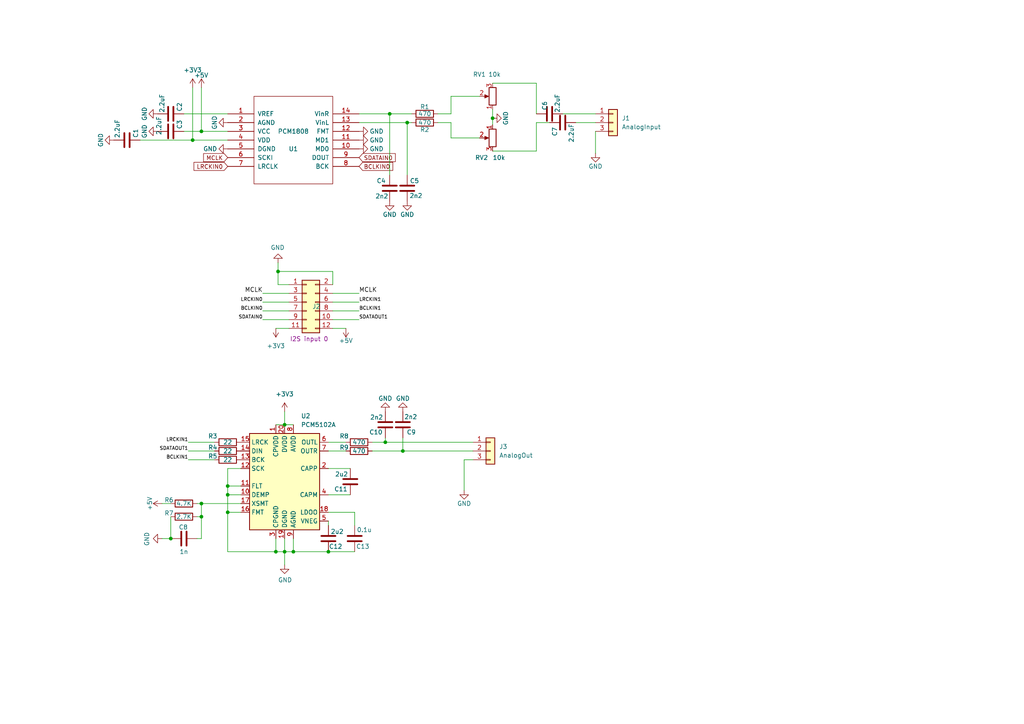
<source format=kicad_sch>
(kicad_sch (version 20231120) (generator "eeschema") (generator_version "8.0")
  (paper "A4")
  (lib_symbols
    (symbol "AMPP_1466_V0-rescue:+3V3-power" (power) (pin_names (offset 0))
      (property "Value" "+3V3-power" (at 0 3.556 0))
      (symbol "+3V3-power_0_1"
        (polyline (pts (xy -0.762 1.27) (xy 0 2.54)))
        (polyline (pts (xy 0 0) (xy 0 2.54)))
        (polyline (pts (xy 0 2.54) (xy 0.762 1.27)))
      )
      (symbol "+3V3-power_1_1"
        (pin power_in line (at 0 0 90) (length 0) hide (name "+3V3") (number "1"))
      )
    )
    (symbol "AMPP_1466_V0-rescue:+5V-power" (power) (pin_names (offset 0))
      (property "Value" "+5V-power" (at 0 3.556 0))
      (symbol "+5V-power_0_1"
        (polyline (pts (xy -0.762 1.27) (xy 0 2.54)))
        (polyline (pts (xy 0 0) (xy 0 2.54)))
        (polyline (pts (xy 0 2.54) (xy 0.762 1.27)))
      )
      (symbol "+5V-power_1_1"
        (pin power_in line (at 0 0 90) (length 0) hide (name "+5V") (number "1"))
      )
    )
    (symbol "AMPP_1466_V0-rescue:C-Device" (pin_numbers hide) (pin_names (offset 0.254))
      (property "Reference" "C" (at 0.635 2.54 0))
      (property "Value" "C-Device" (at 0.635 -2.54 0))
      (symbol "C-Device_0_1"
        (polyline (pts (xy -2.032 -0.762) (xy 2.032 -0.762)) (stroke (width 0.508)))
        (polyline (pts (xy -2.032 0.762) (xy 2.032 0.762)) (stroke (width 0.508)))
      )
      (symbol "C-Device_1_1"
        (pin passive line (at 0 3.81 270) (length 2.794) (name "~") (number "1"))
        (pin passive line (at 0 -3.81 90) (length 2.794) (name "~") (number "2"))
      )
    )
    (symbol "AMPP_1466_V0-rescue:GND-power" (power) (pin_names (offset 0))
      (property "Value" "GND-power" (at 0 -3.81 0))
      (symbol "GND-power_0_1"
        (polyline (pts (xy 0 0) (xy 0 -1.27) (xy 1.27 -1.27) (xy 0 -2.54) (xy -1.27 -1.27) (xy 0 -1.27)))
      )
      (symbol "GND-power_1_1"
        (pin power_in line (at 0 0 270) (length 0) hide (name "GND") (number "1"))
      )
    )
    (symbol "AMPP_1466_V0-rescue:R-Device" (pin_numbers hide) (pin_names (offset 0))
      (property "Reference" "R" (at 2.032 0 90))
      (property "Value" "R-Device" (at 0 0 90))
      (symbol "R-Device_0_1"
        (rectangle (start -1.016 -2.54) (end 1.016 2.54) (stroke (width 0.254)))
      )
      (symbol "R-Device_1_1"
        (pin passive line (at 0 3.81 270) (length 1.27) (name "~") (number "1"))
        (pin passive line (at 0 -3.81 90) (length 1.27) (name "~") (number "2"))
      )
    )
    (symbol "Audio:PCM5102A"
      (property "Reference" "U" (at -10.16 13.97 0))
      (property "Value" "PCM5102A" (at 3.81 13.97 0))
      (symbol "PCM5102A_0_1"
        (rectangle (start -10.16 12.7) (end 10.16 -15.24) (stroke (width 0.254)) (fill (type background)))
      )
      (symbol "PCM5102A_1_1"
        (pin passive line (at -2.54 15.24 270) (length 2.54) (name "CPVDD") (number "1"))
        (pin input line (at -12.7 -5.08 0) (length 2.54) (name "DEMP") (number "10"))
        (pin input line (at -12.7 -2.54 0) (length 2.54) (name "FLT") (number "11"))
        (pin input line (at -12.7 2.54 0) (length 2.54) (name "SCK") (number "12"))
        (pin input line (at -12.7 5.08 0) (length 2.54) (name "BCK") (number "13"))
        (pin input line (at -12.7 7.62 0) (length 2.54) (name "DIN") (number "14"))
        (pin input line (at -12.7 10.16 0) (length 2.54) (name "LRCK") (number "15"))
        (pin input line (at -12.7 -10.16 0) (length 2.54) (name "FMT") (number "16"))
        (pin input line (at -12.7 -7.62 0) (length 2.54) (name "XSMT") (number "17"))
        (pin passive line (at 12.7 -10.16 180) (length 2.54) (name "LDOO") (number "18"))
        (pin power_in line (at 0 -17.78 90) (length 2.54) (name "DGND") (number "19"))
        (pin passive line (at 12.7 2.54 180) (length 2.54) (name "CAPP") (number "2"))
        (pin power_in line (at 0 15.24 270) (length 2.54) (name "DVDD") (number "20"))
        (pin power_in line (at -2.54 -17.78 90) (length 2.54) (name "CPGND") (number "3"))
        (pin passive line (at 12.7 -5.08 180) (length 2.54) (name "CAPM") (number "4"))
        (pin passive line (at 12.7 -12.7 180) (length 2.54) (name "VNEG") (number "5"))
        (pin output line (at 12.7 10.16 180) (length 2.54) (name "OUTL") (number "6"))
        (pin output line (at 12.7 7.62 180) (length 2.54) (name "OUTR") (number "7"))
        (pin power_in line (at 2.54 15.24 270) (length 2.54) (name "AVDD") (number "8"))
        (pin power_in line (at 2.54 -17.78 90) (length 2.54) (name "AGND") (number "9"))
      )
    )
    (symbol "Connector_Generic:Conn_01x03" (pin_names (offset 1.016) hide)
      (property "Reference" "J" (at 0 5.08 0))
      (property "Value" "Conn_01x03" (at 0 -5.08 0))
      (symbol "Conn_01x03_1_1"
        (rectangle (start -1.27 -2.413) (end 0 -2.667) (stroke (width 0.1524)))
        (rectangle (start -1.27 0.127) (end 0 -0.127) (stroke (width 0.1524)))
        (rectangle (start -1.27 2.667) (end 0 2.413) (stroke (width 0.1524)))
        (rectangle (start -1.27 3.81) (end 1.27 -3.81) (stroke (width 0.254)) (fill (type background)))
        (pin passive line (at -5.08 2.54 0) (length 3.81) (name "Pin_1") (number "1"))
        (pin passive line (at -5.08 0 0) (length 3.81) (name "Pin_2") (number "2"))
        (pin passive line (at -5.08 -2.54 0) (length 3.81) (name "Pin_3") (number "3"))
      )
    )
    (symbol "Connector_Generic:Conn_02x06_Odd_Even" (pin_names (offset 1.016) hide)
      (property "Reference" "J" (at 1.27 7.62 0))
      (property "Value" "Conn_02x06_Odd_Even" (at 1.27 -10.16 0))
      (symbol "Conn_02x06_Odd_Even_1_1"
        (rectangle (start -1.27 -7.493) (end 0 -7.747) (stroke (width 0.1524)))
        (rectangle (start -1.27 -4.953) (end 0 -5.207) (stroke (width 0.1524)))
        (rectangle (start -1.27 -2.413) (end 0 -2.667) (stroke (width 0.1524)))
        (rectangle (start -1.27 0.127) (end 0 -0.127) (stroke (width 0.1524)))
        (rectangle (start -1.27 2.667) (end 0 2.413) (stroke (width 0.1524)))
        (rectangle (start -1.27 5.207) (end 0 4.953) (stroke (width 0.1524)))
        (rectangle (start -1.27 6.35) (end 3.81 -8.89) (stroke (width 0.254)) (fill (type background)))
        (rectangle (start 3.81 -7.493) (end 2.54 -7.747) (stroke (width 0.1524)))
        (rectangle (start 3.81 -4.953) (end 2.54 -5.207) (stroke (width 0.1524)))
        (rectangle (start 3.81 -2.413) (end 2.54 -2.667) (stroke (width 0.1524)))
        (rectangle (start 3.81 0.127) (end 2.54 -0.127) (stroke (width 0.1524)))
        (rectangle (start 3.81 2.667) (end 2.54 2.413) (stroke (width 0.1524)))
        (rectangle (start 3.81 5.207) (end 2.54 4.953) (stroke (width 0.1524)))
        (pin passive line (at -5.08 5.08 0) (length 3.81) (name "Pin_1") (number "1"))
        (pin passive line (at 7.62 -5.08 180) (length 3.81) (name "Pin_10") (number "10"))
        (pin passive line (at -5.08 -7.62 0) (length 3.81) (name "Pin_11") (number "11"))
        (pin passive line (at 7.62 -7.62 180) (length 3.81) (name "Pin_12") (number "12"))
        (pin passive line (at 7.62 5.08 180) (length 3.81) (name "Pin_2") (number "2"))
        (pin passive line (at -5.08 2.54 0) (length 3.81) (name "Pin_3") (number "3"))
        (pin passive line (at 7.62 2.54 180) (length 3.81) (name "Pin_4") (number "4"))
        (pin passive line (at -5.08 0 0) (length 3.81) (name "Pin_5") (number "5"))
        (pin passive line (at 7.62 0 180) (length 3.81) (name "Pin_6") (number "6"))
        (pin passive line (at -5.08 -2.54 0) (length 3.81) (name "Pin_7") (number "7"))
        (pin passive line (at 7.62 -2.54 180) (length 3.81) (name "Pin_8") (number "8"))
        (pin passive line (at -5.08 -5.08 0) (length 3.81) (name "Pin_9") (number "9"))
      )
    )
    (symbol "Device:R_Potentiometer" (pin_names (offset 1.016) hide)
      (property "Reference" "RV" (at -4.445 0 90))
      (property "Value" "R_Potentiometer" (at -2.54 0 90))
      (symbol "R_Potentiometer_0_1"
        (polyline (pts (xy 2.54 0) (xy 1.524 0)))
        (polyline (pts (xy 1.143 0) (xy 2.286 0.508) (xy 2.286 -0.508) (xy 1.143 0)) (fill (type outline)))
        (rectangle (start 1.016 2.54) (end -1.016 -2.54) (stroke (width 0.254)))
      )
      (symbol "R_Potentiometer_1_1"
        (pin passive line (at 0 3.81 270) (length 1.27) (name "1") (number "1"))
        (pin passive line (at 3.81 0 180) (length 1.27) (name "2") (number "2"))
        (pin passive line (at 0 -3.81 90) (length 1.27) (name "3") (number "3"))
      )
    )
    (symbol "PCM1808--audio-ADC-rescue:PCM1808-PCM1808-rescue-PCM1808--audio-ADC-rescue" (pin_names (offset 1.016))
      (property "Reference" "IC" (at 0 -2.54 0))
      (property "Value" "PCM1808-PCM1808-rescue-PCM1808--audio-ADC-rescue" (at 0 2.54 0))
      (symbol "PCM1808-PCM1808-rescue-PCM1808--audio-ADC-rescue_1_0"
        (rectangle (start -11.43 -12.7) (end 11.43 12.7))
      )
      (symbol "PCM1808-PCM1808-rescue-PCM1808--audio-ADC-rescue_1_1"
        (pin output line (at -19.05 7.62 0) (length 7.62) (name "VREF") (number "1"))
        (pin input line (at 19.05 -2.54 180) (length 7.62) (name "MD0") (number "10"))
        (pin input line (at 19.05 0 180) (length 7.62) (name "MD1") (number "11"))
        (pin input line (at 19.05 2.54 180) (length 7.62) (name "FMT") (number "12"))
        (pin input line (at 19.05 5.08 180) (length 7.62) (name "VinL") (number "13"))
        (pin input line (at 19.05 7.62 180) (length 7.62) (name "VinR") (number "14"))
        (pin power_in line (at -19.05 5.08 0) (length 7.62) (name "AGND") (number "2"))
        (pin power_in line (at -19.05 2.54 0) (length 7.62) (name "VCC") (number "3"))
        (pin power_in line (at -19.05 0 0) (length 7.62) (name "VDD") (number "4"))
        (pin power_in line (at -19.05 -2.54 0) (length 7.62) (name "DGND") (number "5"))
        (pin input line (at -19.05 -5.08 0) (length 7.62) (name "SCKI") (number "6"))
        (pin bidirectional line (at -19.05 -7.62 0) (length 7.62) (name "LRCLK") (number "7"))
        (pin bidirectional line (at 19.05 -7.62 180) (length 7.62) (name "BCK") (number "8"))
        (pin output line (at 19.05 -5.08 180) (length 7.62) (name "DOUT") (number "9"))
      )
    )
  )
  (junction (at 113.03 33.02))
  (junction (at 58.42 149.86))
  (junction (at 118.11 35.56))
  (junction (at 142.875 34.29))
  (junction (at 55.88 40.64))
  (junction (at 58.42 38.1))
  (junction (at 82.55 123.19))
  (junction (at 66.04 143.51))
  (junction (at 95.25 160.02))
  (junction (at 66.04 140.97))
  (junction (at 58.42 146.05))
  (junction (at 49.53 156.21))
  (junction (at 116.84 130.81))
  (junction (at 80.645 78.74))
  (junction (at 80.01 160.02))
  (junction (at 66.04 148.59))
  (junction (at 82.55 160.02))
  (junction (at 85.09 160.02))
  (junction (at 111.76 128.27))
  (wire (pts (xy 58.42 38.1) (xy 66.04 38.1)))
  (wire (pts (xy 163.195 33.02) (xy 172.72 33.02)))
  (wire (pts (xy 69.85 135.89) (xy 66.04 135.89)))
  (wire (pts (xy 83.82 95.25) (xy 80.01 95.25)))
  (wire (pts (xy 66.04 135.89) (xy 66.04 140.97)))
  (wire (pts (xy 107.95 130.81) (xy 116.84 130.81)))
  (wire (pts (xy 96.52 95.25) (xy 100.33 95.25)))
  (wire (pts (xy 80.645 82.55) (xy 83.82 82.55)))
  (wire (pts (xy 53.34 38.1) (xy 58.42 38.1)))
  (wire (pts (xy 69.85 140.97) (xy 66.04 140.97)))
  (wire (pts (xy 40.64 40.64) (xy 55.88 40.64)))
  (wire (pts (xy 118.11 50.8) (xy 118.11 35.56)))
  (wire (pts (xy 54.61 133.35) (xy 62.23 133.35)))
  (wire (pts (xy 57.15 156.21) (xy 58.42 156.21)))
  (wire (pts (xy 111.76 128.27) (xy 137.16 128.27)))
  (wire (pts (xy 46.99 156.21) (xy 49.53 156.21)))
  (wire (pts (xy 155.575 35.56) (xy 155.575 43.815)))
  (wire (pts (xy 80.645 76.2) (xy 80.645 78.74)))
  (wire (pts (xy 95.25 135.89) (xy 101.6 135.89)))
  (wire (pts (xy 96.52 82.55) (xy 96.52 78.74)))
  (wire (pts (xy 80.01 160.02) (xy 82.55 160.02)))
  (wire (pts (xy 85.09 160.02) (xy 95.25 160.02)))
  (wire (pts (xy 155.575 24.13) (xy 142.875 24.13)))
  (wire (pts (xy 62.23 128.27) (xy 54.61 128.27)))
  (wire (pts (xy 66.04 148.59) (xy 66.04 160.02)))
  (wire (pts (xy 66.04 148.59) (xy 69.85 148.59)))
  (wire (pts (xy 113.03 33.02) (xy 113.03 50.8)))
  (wire (pts (xy 130.81 33.02) (xy 130.81 27.94)))
  (wire (pts (xy 134.62 133.35) (xy 137.16 133.35)))
  (wire (pts (xy 82.55 123.19) (xy 85.09 123.19)))
  (wire (pts (xy 83.82 85.09) (xy 76.2 85.09)))
  (wire (pts (xy 96.52 78.74) (xy 80.645 78.74)))
  (wire (pts (xy 58.42 146.05) (xy 58.42 149.86)))
  (wire (pts (xy 167.005 35.56) (xy 172.72 35.56)))
  (wire (pts (xy 127 33.02) (xy 130.81 33.02)))
  (wire (pts (xy 76.2 90.17) (xy 83.82 90.17)))
  (wire (pts (xy 113.03 33.02) (xy 119.38 33.02)))
  (wire (pts (xy 130.81 35.56) (xy 130.81 40.005)))
  (wire (pts (xy 155.575 35.56) (xy 159.385 35.56)))
  (wire (pts (xy 155.575 43.815) (xy 142.875 43.815)))
  (wire (pts (xy 104.14 92.71) (xy 96.52 92.71)))
  (wire (pts (xy 58.42 149.86) (xy 58.42 156.21)))
  (wire (pts (xy 130.81 35.56) (xy 127 35.56)))
  (wire (pts (xy 80.01 123.19) (xy 82.55 123.19)))
  (wire (pts (xy 54.61 130.81) (xy 62.23 130.81)))
  (wire (pts (xy 76.2 92.71) (xy 83.82 92.71)))
  (wire (pts (xy 95.25 128.27) (xy 100.33 128.27)))
  (wire (pts (xy 155.575 33.02) (xy 155.575 24.13)))
  (wire (pts (xy 104.14 90.17) (xy 96.52 90.17)))
  (wire (pts (xy 107.95 128.27) (xy 111.76 128.27)))
  (wire (pts (xy 49.53 149.86) (xy 49.53 156.21)))
  (wire (pts (xy 57.15 146.05) (xy 58.42 146.05)))
  (wire (pts (xy 76.2 87.63) (xy 83.82 87.63)))
  (wire (pts (xy 95.25 130.81) (xy 100.33 130.81)))
  (wire (pts (xy 82.55 160.02) (xy 85.09 160.02)))
  (wire (pts (xy 55.88 40.64) (xy 66.04 40.64)))
  (wire (pts (xy 69.85 143.51) (xy 66.04 143.51)))
  (wire (pts (xy 66.04 160.02) (xy 80.01 160.02)))
  (wire (pts (xy 142.875 31.75) (xy 142.875 34.29)))
  (wire (pts (xy 82.55 160.02) (xy 82.55 163.83)))
  (wire (pts (xy 55.88 25.4) (xy 55.88 40.64)))
  (wire (pts (xy 53.34 33.02) (xy 66.04 33.02)))
  (wire (pts (xy 66.04 143.51) (xy 66.04 148.59)))
  (wire (pts (xy 104.14 35.56) (xy 118.11 35.56)))
  (wire (pts (xy 116.84 127) (xy 116.84 130.81)))
  (wire (pts (xy 96.52 85.09) (xy 104.14 85.09)))
  (wire (pts (xy 111.76 127) (xy 111.76 128.27)))
  (wire (pts (xy 95.25 160.02) (xy 102.87 160.02)))
  (wire (pts (xy 96.52 87.63) (xy 104.14 87.63)))
  (wire (pts (xy 82.55 160.02) (xy 82.55 156.21)))
  (wire (pts (xy 118.11 35.56) (xy 119.38 35.56)))
  (wire (pts (xy 46.99 146.05) (xy 49.53 146.05)))
  (wire (pts (xy 58.42 25.4) (xy 58.42 38.1)))
  (wire (pts (xy 95.25 151.13) (xy 95.25 152.4)))
  (wire (pts (xy 102.87 148.59) (xy 102.87 152.4)))
  (wire (pts (xy 82.55 119.38) (xy 82.55 123.19)))
  (wire (pts (xy 57.15 149.86) (xy 58.42 149.86)))
  (wire (pts (xy 80.01 160.02) (xy 80.01 156.21)))
  (wire (pts (xy 142.875 34.29) (xy 142.875 36.195)))
  (wire (pts (xy 80.645 78.74) (xy 80.645 82.55)))
  (wire (pts (xy 134.62 142.24) (xy 134.62 133.35)))
  (wire (pts (xy 66.04 140.97) (xy 66.04 143.51)))
  (wire (pts (xy 95.25 143.51) (xy 101.6 143.51)))
  (wire (pts (xy 116.84 130.81) (xy 137.16 130.81)))
  (wire (pts (xy 58.42 146.05) (xy 69.85 146.05)))
  (wire (pts (xy 130.81 40.005) (xy 139.065 40.005)))
  (wire (pts (xy 95.25 148.59) (xy 102.87 148.59)))
  (wire (pts (xy 172.72 38.1) (xy 172.72 44.45)))
  (wire (pts (xy 130.81 27.94) (xy 139.065 27.94)))
  (wire (pts (xy 104.14 33.02) (xy 113.03 33.02)))
  (wire (pts (xy 85.09 160.02) (xy 85.09 156.21)))
  (label "SDATAOUT1" (at 104.14 92.71 0) (effects (font (size 0.9906 0.9906))))
  (label "SDATAIN0" (at 76.2 92.71 180) (effects (font (size 0.9906 0.9906))))
  (label "MCLK" (at 76.2 85.09 180))
  (label "BCLKIN0" (at 76.2 90.17 180) (effects (font (size 0.9906 0.9906))))
  (label "MCLK" (at 104.14 85.09 0))
  (label "LRCKIN1" (at 54.61 128.27 180) (effects (font (size 0.9906 0.9906))))
  (label "SDATAOUT1" (at 54.61 130.81 180) (effects (font (size 0.9906 0.9906))))
  (label "LRCKIN1" (at 104.14 87.63 0) (effects (font (size 0.9906 0.9906))))
  (label "BCLKIN1" (at 54.61 133.35 180) (effects (font (size 0.9906 0.9906))))
  (label "BCLKIN1" (at 104.14 90.17 0) (effects (font (size 0.9906 0.9906))))
  (label "LRCKIN0" (at 76.2 87.63 180) (effects (font (size 0.9906 0.9906))))
  (global_label "MCLK" (shape input) (at 66.04 45.72 180) (effects (font (size 1.1938 1.1938))) (property "Intersheetrefs" "${INTERSHEET_REFS}" (effects (hide yes))))
  (global_label "SDATAIN0" (shape input) (at 104.14 45.72 0) (effects (font (size 1.1938 1.1938))) (property "Intersheetrefs" "${INTERSHEET_REFS}" (effects (hide yes))))
  (global_label "LRCKIN0" (shape input) (at 66.04 48.26 180) (effects (font (size 1.1938 1.1938))) (property "Intersheetrefs" "${INTERSHEET_REFS}" (effects (hide yes))))
  (global_label "BCLKIN0" (shape input) (at 104.14 48.26 0) (effects (font (size 1.1938 1.1938))) (property "Intersheetrefs" "${INTERSHEET_REFS}" (effects (hide yes))))
  (symbol (lib_id "AMPP_1466_V0-rescue:C-Device") (at 49.53 38.1 270) (mirror x) (unit 1)
    (property "Reference" "C3" (at 52.07 37.465 0) (effects (justify left)))
    (property "Value" "2.2uF" (at 46.101 36.449 0))
    (property "Footprint" "Capacitor_SMD:C_0805_2012Metric" (effects (hide yes)))
    (property "MP" "CL21B225KAFNNNE" (effects (hide yes)))
  )
  (symbol (lib_id "PCM1808--audio-ADC-rescue:PCM1808-PCM1808-rescue-PCM1808--audio-ADC-rescue") (at 85.09 40.64 0) (unit 1)
    (property "Reference" "U1" (at 85.09 43.18 0))
    (property "Value" "PCM1808" (at 85.09 38.1 0))
    (property "Footprint" "Package_SO:TSSOP-14_4.4x5mm_P0.65mm" (effects (hide yes)))
    (property "MP" "PCM1808PWR" (effects (hide yes)))
  )
  (symbol (lib_id "AMPP_1466_V0-rescue:+5V-power") (at 58.42 25.4 0) (unit 1)
    (property "Reference" "#PWR05" (effects (hide yes)))
    (property "Value" "+5V" (at 58.42 21.844 0))
  )
  (symbol (lib_id "AMPP_1466_V0-rescue:C-Device") (at 111.76 123.19 0) (mirror y) (unit 1)
    (property "Reference" "C10" (at 110.998 125.349 0) (effects (justify left)))
    (property "Value" "2n2" (at 109.22 121.031 0))
    (property "Footprint" "Capacitor_SMD:C_0603_1608Metric" (effects (hide yes)))
    (property "MP" "CL10B222KB8NNNC" (effects (hide yes)))
  )
  (symbol (lib_id "AMPP_1466_V0-rescue:GND-power") (at 66.04 43.18 270) (unit 1)
    (property "Reference" "#PWR07" (effects (hide yes)))
    (property "Value" "GND" (at 60.96 43.18 90))
  )
  (symbol (lib_id "AMPP_1466_V0-rescue:GND-power") (at 33.02 40.64 270) (unit 1)
    (property "Reference" "#PWR01" (effects (hide yes)))
    (property "Value" "GND" (at 29.21 40.64 0))
  )
  (symbol (lib_id "AMPP_1466_V0-rescue:R-Device") (at 123.19 35.56 270) (unit 1)
    (property "Reference" "R2" (at 123.19 37.592 90))
    (property "Value" "470" (at 123.19 35.56 90))
    (property "Footprint" "Resistor_SMD:R_0603_1608Metric" (effects (hide yes)))
    (property "MP" "CR0603-FX-4700ELF" (effects (hide yes)))
  )
  (symbol (lib_id "AMPP_1466_V0-rescue:+3V3-power") (at 82.55 119.38 0) (unit 1)
    (property "Reference" "#PWR019" (effects (hide yes)))
    (property "Value" "+3V3" (at 82.55 114.3 0))
  )
  (symbol (lib_id "Device:R_Potentiometer") (at 142.875 27.94 180) (unit 1)
    (property "Reference" "RV1" (at 137.16 21.59 0) (effects (justify right)))
    (property "Value" "10k" (at 141.605 21.59 0) (effects (justify right)))
    (property "Footprint" "Potentiometer_SMD:Potentiometer_Bourns_3314G_Vertical" (effects (hide yes)))
  )
  (symbol (lib_id "AMPP_1466_V0-rescue:C-Device") (at 49.53 33.02 270) (mirror x) (unit 1)
    (property "Reference" "C2" (at 52.07 32.385 0) (effects (justify left)))
    (property "Value" "2.2uF" (at 46.99 29.972 0))
    (property "Footprint" "Capacitor_SMD:C_0805_2012Metric" (effects (hide yes)))
    (property "MP" "CL21B225KAFNNNE" (effects (hide yes)))
  )
  (symbol (lib_id "AMPP_1466_V0-rescue:C-Device") (at 53.34 156.21 270) (mirror x) (unit 1)
    (property "Reference" "C8" (at 51.816 152.908 90) (effects (justify left)))
    (property "Value" "1n" (at 53.34 160.02 90))
    (property "Footprint" "Capacitor_SMD:C_0603_1608Metric" (effects (hide yes)))
    (property "MP" "CL10B222KB8NNNC" (effects (hide yes)))
  )
  (symbol (lib_id "Device:R_Potentiometer") (at 142.875 40.005 0) (mirror y) (unit 1)
    (property "Reference" "RV2" (at 137.795 45.72 0) (effects (justify right)))
    (property "Value" "10k" (at 142.875 45.72 0) (effects (justify right)))
    (property "Footprint" "Potentiometer_SMD:Potentiometer_Bourns_3314G_Vertical" (effects (hide yes)))
  )
  (symbol (lib_id "Connector_Generic:Conn_01x03") (at 142.24 130.81 0) (unit 1)
    (property "Reference" "J3" (at 144.78 129.5399 0) (effects (justify left)))
    (property "Value" "AnalogOut" (at 144.78 132.0799 0) (effects (justify left)))
    (property "Footprint" "Connector_JST:JST_XH_B3B-XH-A_1x03_P2.50mm_Vertical" (effects (hide yes)))
    (property "Description" "Generic connector, single row, 01x03, script generated (kicad-library-utils/schlib/autogen/connector/)" (effects (hide yes)))
  )
  (symbol (lib_id "AMPP_1466_V0-rescue:+5V-power") (at 100.33 95.25 180) (unit 1)
    (property "Reference" "#PWR016" (effects (hide yes)))
    (property "Value" "+5V" (at 100.33 98.806 0))
  )
  (symbol (lib_id "AMPP_1466_V0-rescue:C-Device") (at 113.03 54.61 0) (mirror x) (unit 1)
    (property "Reference" "C4" (at 109.22 52.451 0) (effects (justify left)))
    (property "Value" "2n2" (at 110.744 56.896 0))
    (property "Footprint" "Capacitor_SMD:C_0603_1608Metric" (effects (hide yes)))
    (property "MP" "CL10B222KB8NNNC" (effects (hide yes)))
  )
  (symbol (lib_id "AMPP_1466_V0-rescue:R-Device") (at 53.34 146.05 90) (unit 1)
    (property "Reference" "R6" (at 49.022 145.034 90))
    (property "Value" "4.7K" (at 53.34 146.05 90))
    (property "Footprint" "Resistor_SMD:R_0603_1608Metric" (effects (hide yes)))
    (property "MP" "CR0603-FX-4700ELF" (effects (hide yes)))
  )
  (symbol (lib_id "AMPP_1466_V0-rescue:R-Device") (at 66.04 133.35 90) (unit 1)
    (property "Reference" "R5" (at 61.722 132.334 90))
    (property "Value" "22" (at 66.04 133.35 90))
    (property "Footprint" "Resistor_SMD:R_0603_1608Metric" (effects (hide yes)))
    (property "MP" "CR0603-FX-4700ELF" (effects (hide yes)))
  )
  (symbol (lib_id "AMPP_1466_V0-rescue:GND-power") (at 172.72 44.45 0) (unit 1)
    (property "Reference" "#PWR013" (effects (hide yes)))
    (property "Value" "GND" (at 172.72 48.26 0))
  )
  (symbol (lib_id "AMPP_1466_V0-rescue:R-Device") (at 123.19 33.02 90) (unit 1)
    (property "Reference" "R1" (at 123.19 30.988 90))
    (property "Value" "470" (at 123.19 33.02 90))
    (property "Footprint" "Resistor_SMD:R_0603_1608Metric" (effects (hide yes)))
    (property "MP" "CR0603-FX-4700ELF" (effects (hide yes)))
  )
  (symbol (lib_id "AMPP_1466_V0-rescue:GND-power") (at 45.72 38.1 270) (unit 1)
    (property "Reference" "#PWR03" (effects (hide yes)))
    (property "Value" "GND" (at 41.91 38.1 0))
  )
  (symbol (lib_id "AMPP_1466_V0-rescue:GND-power") (at 118.11 58.42 0) (unit 1)
    (property "Reference" "#PWR012" (effects (hide yes)))
    (property "Value" "GND" (at 118.11 62.23 0))
  )
  (symbol (lib_id "AMPP_1466_V0-rescue:GND-power") (at 66.04 35.56 270) (unit 1)
    (property "Reference" "#PWR06" (effects (hide yes)))
    (property "Value" "GND" (at 62.23 35.56 0))
  )
  (symbol (lib_id "AMPP_1466_V0-rescue:GND-power") (at 82.55 163.83 0) (unit 1)
    (property "Reference" "#PWR018" (effects (hide yes)))
    (property "Value" "GND" (at 82.677 168.2242 0))
  )
  (symbol (lib_id "AMPP_1466_V0-rescue:R-Device") (at 104.14 130.81 90) (unit 1)
    (property "Reference" "R9" (at 99.822 129.794 90))
    (property "Value" "470" (at 104.14 130.81 90))
    (property "Footprint" "Resistor_SMD:R_0603_1608Metric" (effects (hide yes)))
    (property "MP" "CR0603-FX-4700ELF" (effects (hide yes)))
  )
  (symbol (lib_id "AMPP_1466_V0-rescue:+5V-power") (at 46.99 146.05 90) (unit 1)
    (property "Reference" "#PWR020" (effects (hide yes)))
    (property "Value" "+5V" (at 43.434 146.05 0))
  )
  (symbol (lib_id "AMPP_1466_V0-rescue:C-Device") (at 101.6 139.7 0) (mirror y) (unit 1)
    (property "Reference" "C11" (at 100.838 141.859 0) (effects (justify left)))
    (property "Value" "2u2" (at 99.06 137.541 0))
    (property "Footprint" "Capacitor_SMD:C_0603_1608Metric" (effects (hide yes)))
    (property "MP" "CL10B222KB8NNNC" (effects (hide yes)))
  )
  (symbol (lib_id "AMPP_1466_V0-rescue:R-Device") (at 66.04 130.81 90) (unit 1)
    (property "Reference" "R4" (at 61.722 129.794 90))
    (property "Value" "22" (at 66.04 130.81 90))
    (property "Footprint" "Resistor_SMD:R_0603_1608Metric" (effects (hide yes)))
    (property "MP" "CR0603-FX-4700ELF" (effects (hide yes)))
  )
  (symbol (lib_id "AMPP_1466_V0-rescue:C-Device") (at 163.195 35.56 90) (mirror x) (unit 1)
    (property "Reference" "C7" (at 160.909 36.83 0) (effects (justify left)))
    (property "Value" "2.2uF" (at 165.735 38.608 0))
    (property "Footprint" "Capacitor_SMD:C_0805_2012Metric" (effects (hide yes)))
    (property "MP" "CL21B225KAFNNNE" (effects (hide yes)))
  )
  (symbol (lib_id "AMPP_1466_V0-rescue:GND-power") (at 104.14 43.18 90) (unit 1)
    (property "Reference" "#PWR010" (effects (hide yes)))
    (property "Value" "GND" (at 109.22 43.18 90))
  )
  (symbol (lib_id "AMPP_1466_V0-rescue:C-Device") (at 36.83 40.64 270) (mirror x) (unit 1)
    (property "Reference" "C1" (at 39.37 40.005 0) (effects (justify left)))
    (property "Value" "2.2uF" (at 34.036 37.338 0))
    (property "Footprint" "Capacitor_SMD:C_0805_2012Metric" (effects (hide yes)))
    (property "MP" "CL21B225KAFNNNE" (effects (hide yes)))
  )
  (symbol (lib_id "AMPP_1466_V0-rescue:GND-power") (at 134.62 142.24 0) (unit 1)
    (property "Reference" "#PWR024" (effects (hide yes)))
    (property "Value" "GND" (at 134.62 146.05 0))
  )
  (symbol (lib_id "AMPP_1466_V0-rescue:GND-power") (at 45.72 33.02 270) (unit 1)
    (property "Reference" "#PWR02" (effects (hide yes)))
    (property "Value" "GND" (at 41.91 33.02 0))
  )
  (symbol (lib_id "Audio:PCM5102A") (at 82.55 138.43 0) (unit 1)
    (property "Reference" "U2" (at 87.2841 120.65 0) (effects (justify left)))
    (property "Value" "PCM5102A" (at 87.2841 123.19 0) (effects (justify left)))
    (property "Footprint" "Package_SO:TSSOP-20_4.4x6.5mm_P0.65mm" (effects (hide yes)))
    (property "Datasheet" "https://www.ti.com/lit/ds/symlink/pcm5102a.pdf" (effects (hide yes)))
    (property "Description" "2.1 VRMS, 112dB Audio Stereo DAC with PLL and 32-bit, 384kHz PCM Interface, TSSOP-20" (effects (hide yes)))
  )
  (symbol (lib_id "AMPP_1466_V0-rescue:GND-power") (at 111.76 119.38 180) (unit 1)
    (property "Reference" "#PWR023" (effects (hide yes)))
    (property "Value" "GND" (at 111.76 115.57 0))
  )
  (symbol (lib_id "AMPP_1466_V0-rescue:C-Device") (at 95.25 156.21 0) (mirror y) (unit 1)
    (property "Reference" "C12" (at 99.314 158.496 0) (effects (justify left)))
    (property "Value" "2u2" (at 97.79 154.178 0))
    (property "Footprint" "Capacitor_SMD:C_0603_1608Metric" (effects (hide yes)))
    (property "MP" "CL10B222KB8NNNC" (effects (hide yes)))
  )
  (symbol (lib_id "AMPP_1466_V0-rescue:+3V3-power") (at 80.01 95.25 180) (unit 1)
    (property "Reference" "#PWR014" (effects (hide yes)))
    (property "Value" "+3V3" (at 80.01 100.33 0))
  )
  (symbol (lib_id "AMPP_1466_V0-rescue:GND-power") (at 113.03 58.42 0) (unit 1)
    (property "Reference" "#PWR011" (effects (hide yes)))
    (property "Value" "GND" (at 113.03 62.23 0))
  )
  (symbol (lib_id "AMPP_1466_V0-rescue:GND-power") (at 104.14 38.1 90) (unit 1)
    (property "Reference" "#PWR08" (effects (hide yes)))
    (property "Value" "GND" (at 109.22 38.1 90))
  )
  (symbol (lib_id "AMPP_1466_V0-rescue:R-Device") (at 66.04 128.27 90) (unit 1)
    (property "Reference" "R3" (at 61.722 126.492 90))
    (property "Value" "22" (at 66.04 128.27 90))
    (property "Footprint" "Resistor_SMD:R_0603_1608Metric" (effects (hide yes)))
    (property "MP" "CR0603-FX-4700ELF" (effects (hide yes)))
  )
  (symbol (lib_id "AMPP_1466_V0-rescue:GND-power") (at 116.84 119.38 180) (unit 1)
    (property "Reference" "#PWR022" (effects (hide yes)))
    (property "Value" "GND" (at 116.84 115.57 0))
  )
  (symbol (lib_id "AMPP_1466_V0-rescue:C-Device") (at 102.87 156.21 0) (mirror y) (unit 1)
    (property "Reference" "C13" (at 107.188 158.496 0) (effects (justify left)))
    (property "Value" "0.1u" (at 105.664 153.67 0))
    (property "Footprint" "Capacitor_SMD:C_0603_1608Metric" (effects (hide yes)))
    (property "MP" "CL10B222KB8NNNC" (effects (hide yes)))
  )
  (symbol (lib_id "AMPP_1466_V0-rescue:GND-power") (at 80.645 76.2 180) (unit 1)
    (property "Reference" "#PWR015" (effects (hide yes)))
    (property "Value" "GND" (at 80.518 71.8058 0))
  )
  (symbol (lib_id "AMPP_1466_V0-rescue:C-Device") (at 118.11 54.61 0) (mirror x) (unit 1)
    (property "Reference" "C5" (at 118.872 52.451 0) (effects (justify left)))
    (property "Value" "2n2" (at 120.65 56.769 0))
    (property "Footprint" "Capacitor_SMD:C_0603_1608Metric" (effects (hide yes)))
    (property "MP" "CL10B222KB8NNNC" (effects (hide yes)))
  )
  (symbol (lib_id "AMPP_1466_V0-rescue:C-Device") (at 116.84 123.19 0) (mirror y) (unit 1)
    (property "Reference" "C9" (at 120.65 125.349 0) (effects (justify left)))
    (property "Value" "2n2" (at 119.126 120.904 0))
    (property "Footprint" "Capacitor_SMD:C_0603_1608Metric" (effects (hide yes)))
    (property "MP" "CL10B222KB8NNNC" (effects (hide yes)))
  )
  (symbol (lib_id "AMPP_1466_V0-rescue:GND-power") (at 46.99 156.21 270) (unit 1)
    (property "Reference" "#PWR021" (effects (hide yes)))
    (property "Value" "GND" (at 42.5958 156.337 0))
  )
  (symbol (lib_id "AMPP_1466_V0-rescue:GND-power") (at 142.875 34.29 90) (unit 1)
    (property "Reference" "#PWR017" (effects (hide yes)))
    (property "Value" "GND" (at 146.685 34.29 0))
  )
  (symbol (lib_id "AMPP_1466_V0-rescue:R-Device") (at 104.14 128.27 90) (unit 1)
    (property "Reference" "R8" (at 99.822 126.492 90))
    (property "Value" "470" (at 104.14 128.27 90))
    (property "Footprint" "Resistor_SMD:R_0603_1608Metric" (effects (hide yes)))
    (property "MP" "CR0603-FX-4700ELF" (effects (hide yes)))
  )
  (symbol (lib_id "AMPP_1466_V0-rescue:GND-power") (at 104.14 40.64 90) (unit 1)
    (property "Reference" "#PWR09" (effects (hide yes)))
    (property "Value" "GND" (at 109.22 40.64 90))
  )
  (symbol (lib_id "Connector_Generic:Conn_01x03") (at 177.8 35.56 0) (unit 1)
    (property "Reference" "J1" (at 180.34 34.2899 0) (effects (justify left)))
    (property "Value" "AnalogInput" (at 180.34 36.8299 0) (effects (justify left)))
    (property "Footprint" "Connector_JST:JST_XH_B3B-XH-A_1x03_P2.50mm_Vertical" (effects (hide yes)))
    (property "Description" "Generic connector, single row, 01x03, script generated (kicad-library-utils/schlib/autogen/connector/)" (effects (hide yes)))
  )
  (symbol (lib_id "AMPP_1466_V0-rescue:+3V3-power") (at 55.88 25.4 0) (unit 1)
    (property "Reference" "#PWR04" (effects (hide yes)))
    (property "Value" "+3V3" (at 55.88 20.32 0))
  )
  (symbol (lib_id "Connector_Generic:Conn_02x06_Odd_Even") (at 88.9 87.63 0) (unit 1)
    (property "Reference" "J2" (at 92.964 88.9 0) (effects (justify right)))
    (property "Value" "Conn_01x06_Male" (effects (hide yes)))
    (property "Footprint" "00-mylib:EDGE-2x6-2.54" (effects (hide yes)))
    (property "Поле4" "I2S input 0" (at 89.662 98.298 0))
  )
  (symbol (lib_id "AMPP_1466_V0-rescue:R-Device") (at 53.34 149.86 90) (unit 1)
    (property "Reference" "R7" (at 49.022 148.844 90))
    (property "Value" "2.7K" (at 53.34 149.86 90))
    (property "Footprint" "Resistor_SMD:R_0603_1608Metric" (effects (hide yes)))
    (property "MP" "CR0603-FX-4700ELF" (effects (hide yes)))
  )
  (symbol (lib_id "AMPP_1466_V0-rescue:C-Device") (at 159.385 33.02 270) (mirror x) (unit 1)
    (property "Reference" "C6" (at 157.988 32.004 0) (effects (justify left)))
    (property "Value" "2.2uF" (at 161.671 29.972 0))
    (property "Footprint" "Capacitor_SMD:C_0805_2012Metric" (effects (hide yes)))
    (property "MP" "CL21B225KAFNNNE" (effects (hide yes)))
  )
)
</source>
